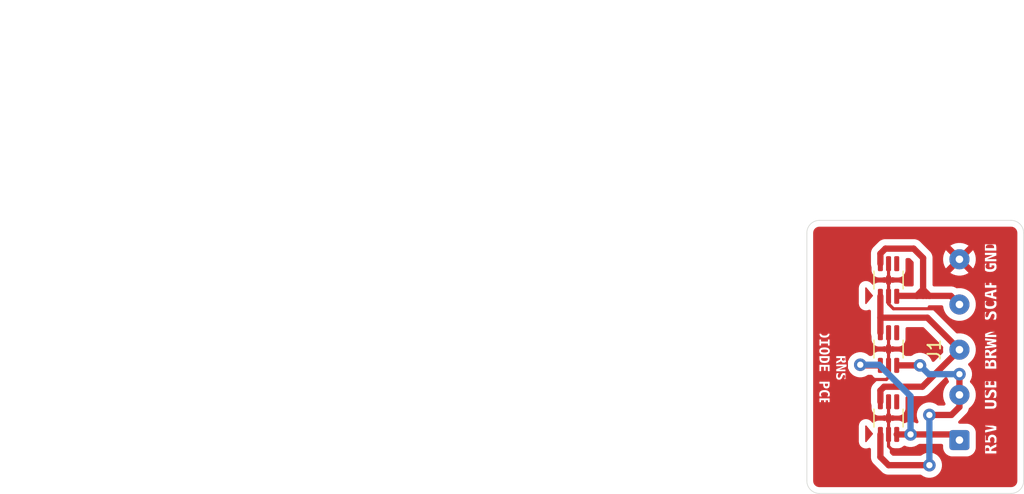
<source format=kicad_pcb>
(kicad_pcb (version 20241229) (generator "pcbnew") (generator_version "9.0")
  (layers (0 "F.Cu" signal) (2 "B.Cu" signal) (13 "F.Paste" user) (15 "B.Paste" user) (5 "F.SilkS" user "F.Silkscreen") (7 "B.SilkS" user "B.Silkscreen") (1 "F.Mask" user) (3 "B.Mask" user) (25 "Edge.Cuts" user))
  (net 0 "")
  (net 1 "GND")
  (net 2 "USB_MAIN_Vbus")
  (net 3 "raw_5V")
  (net 4 "brown-out")
  (net 5 "supercap")
  (footprint "gps-compass_brd:SOT-363_SC-70-6_wide" (layer "F.Cu") (at 123.5 69.5 90)
    (property "Reference" "U2" (hide yes))
    (property "Value" "LM66100Q")
    (fp_line (start -0.71 -1.16) (end 0.7 -1.16) (stroke (width 0.12)) (layer "F.SilkS"))
    (fp_line (start -0.7 1.16) (end 0.7 1.16) (stroke (width 0.12)) (layer "F.SilkS"))
    (pad "1" smd roundrect (at -1.3 -0.65 90) (size 1.2 0.4) (layers "F.Cu" "F.Mask" "F.Paste") (net 3 "raw_5V"))
    (pad "2" smd roundrect (at -1.3 0 90) (size 1.2 0.4) (layers "F.Cu" "F.Mask" "F.Paste") (net 1 "GND"))
    (pad "3" smd roundrect (at -1.3 0.65 90) (size 1.2 0.4) (layers "F.Cu" "F.Mask" "F.Paste") (net 2 "USB_MAIN_Vbus"))
    (pad "4" smd roundrect (at 1.3 0.65 90) (size 1.2 0.4) (layers "F.Cu" "F.Mask" "F.Paste"))
    (pad "5" smd roundrect (at 1.3 0 90) (size 1.2 0.4) (layers "F.Cu" "F.Mask" "F.Paste") (net 1 "GND"))
    (pad "6" smd roundrect (at 1.3 -0.65 90) (size 1.2 0.4) (layers "F.Cu" "F.Mask" "F.Paste") (net 4 "brown-out"))
  )
  (footprint "gps-compass_brd:SOT-363_SC-70-6_wide" (layer "F.Cu") (at 123.5 64 90)
    (property "Reference" "U4" (hide yes))
    (property "Value" "LM66100Q")
    (fp_poly (pts (xy -1.7 -1.67125) (xy -1.856061 -1.8) (xy -0.643939 -1.8) (xy -1.25 -1.3)) (stroke (width 0.12)) (fill yes) (layer "F.Cu"))
    (fp_line (start -0.71 -1.16) (end 0.7 -1.16) (stroke (width 0.12)) (layer "F.SilkS"))
    (fp_line (start -0.7 1.16) (end 0.7 1.16) (stroke (width 0.12)) (layer "F.SilkS"))
    (pad "1" smd roundrect (at -1.3 -0.65 90) (size 1.2 0.4) (layers "F.Cu" "F.Mask" "F.Paste") (net 4 "brown-out"))
    (pad "2" smd roundrect (at -1.3 0 90) (size 1.2 0.4) (layers "F.Cu" "F.Mask" "F.Paste") (net 1 "GND"))
    (pad "3" smd roundrect (at -1.3 0.65 90) (size 1.2 0.4) (layers "F.Cu" "F.Mask" "F.Paste") (net 5 "supercap"))
    (pad "4" smd roundrect (at 1.3 0.65 90) (size 1.2 0.4) (layers "F.Cu" "F.Mask" "F.Paste"))
    (pad "5" smd roundrect (at 1.3 0 90) (size 1.2 0.4) (layers "F.Cu" "F.Mask" "F.Paste") (net 1 "GND"))
    (pad "6" smd roundrect (at 1.3 -0.65 90) (size 1.2 0.4) (layers "F.Cu" "F.Mask" "F.Paste") (net 5 "supercap"))
  )
  (footprint "gps-compass_brd:SOT-363_SC-70-6_wide" (layer "F.Cu") (at 123.5 75 90)
    (property "Reference" "U3" (hide yes))
    (property "Value" "LM66100Q")
    (fp_poly (pts (xy -1.7 -1.67125) (xy -1.856061 -1.8) (xy -0.643939 -1.8) (xy -1.25 -1.3)) (stroke (width 0.12)) (fill yes) (layer "F.Cu"))
    (fp_line (start -0.71 -1.16) (end 0.7 -1.16) (stroke (width 0.12)) (layer "F.SilkS"))
    (fp_line (start -0.7 1.16) (end 0.7 1.16) (stroke (width 0.12)) (layer "F.SilkS"))
    (pad "1" smd roundrect (at -1.3 -0.65 90) (size 1.2 0.4) (layers "F.Cu" "F.Mask" "F.Paste") (net 2 "USB_MAIN_Vbus"))
    (pad "2" smd roundrect (at -1.3 0 90) (size 1.2 0.4) (layers "F.Cu" "F.Mask" "F.Paste") (net 1 "GND"))
    (pad "3" smd roundrect (at -1.3 0.65 90) (size 1.2 0.4) (layers "F.Cu" "F.Mask" "F.Paste") (net 3 "raw_5V"))
    (pad "4" smd roundrect (at 1.3 0.65 90) (size 1.2 0.4) (layers "F.Cu" "F.Mask" "F.Paste"))
    (pad "5" smd roundrect (at 1.3 0 90) (size 1.2 0.4) (layers "F.Cu" "F.Mask" "F.Paste") (net 1 "GND"))
    (pad "6" smd roundrect (at 1.3 -0.65 90) (size 1.2 0.4) (layers "F.Cu" "F.Mask" "F.Paste") (net 4 "brown-out"))
  )
  (footprint "Connector_Wire:SolderWire-0.1sqmm_1x05_P3.6mm_D0.4mm_OD1mm" (layer "F.Cu") (at 129.141265 76.75 90)
    (property "Reference" "J1" (at 7.2 -2 90) (layer "F.SilkS"))
    (property "Value" "Conn_01x05_Pin")
    (pad "1" thru_hole roundrect (at 0 0 90) (size 1.6 1.6) (drill 0.6) (layers "*.Cu" "*.Mask") (roundrect_rratio 0.15625) (net 3 "raw_5V"))
    (pad "2" thru_hole circle (at 3.6 0 90) (size 1.6 1.6) (drill 0.6) (layers "*.Cu" "*.Mask") (net 2 "USB_MAIN_Vbus"))
    (pad "3" thru_hole circle (at 7.2 0 90) (size 1.6 1.6) (drill 0.6) (layers "*.Cu" "*.Mask") (net 4 "brown-out"))
    (pad "4" thru_hole circle (at 10.8 0 90) (size 1.6 1.6) (drill 0.6) (layers "*.Cu" "*.Mask") (net 5 "supercap"))
    (pad "5" thru_hole circle (at 14.4 0 90) (size 1.6 1.6) (drill 0.6) (layers "*.Cu" "*.Mask") (net 1 "GND"))
  )
  (gr_line (start 118 59.25) (end 133.25 59.25) (stroke (width 0.05)) (layer "Edge.Cuts"))
  (gr_line (start 133.25 81) (end 118 81) (stroke (width 0.05)) (layer "Edge.Cuts"))
  (gr_arc (start 118 81) (mid 117.292893 80.707107) (end 117 80) (stroke (width 0.05)) (layer "Edge.Cuts"))
  (gr_arc (start 117 60.25) (mid 117.292893 59.542893) (end 118 59.25) (stroke (width 0.05)) (layer "Edge.Cuts"))
  (gr_line (start 117 80) (end 117 60.25) (stroke (width 0.05)) (layer "Edge.Cuts"))
  (gr_line (start 134.25 60.25) (end 134.25 80) (stroke (width 0.05)) (layer "Edge.Cuts"))
  (gr_arc (start 133.25 59.25) (mid 133.957107 59.542893) (end 134.25 60.25) (stroke (width 0.05)) (layer "Edge.Cuts"))
  (gr_arc (start 134.25 80) (mid 133.957107 80.707107) (end 133.25 81) (stroke (width 0.05)) (layer "Edge.Cuts"))
  (gr_text "R5V" (at 132.25 77.907369 90) (layer "F.Cu" knockout) (effects (font (size 1 1) (thickness 0.2) (bold yes)) (justify left bottom)))
  (gr_text "GND" (at 132.25 63.435484 90) (layer "F.Cu" knockout) (effects (font (size 1 1) (thickness 0.2) (bold yes)) (justify left bottom)))
  (gr_text "USB" (at 132.25 74.328763 90) (layer "F.Cu" knockout) (effects (font (size 1 1) (thickness 0.2) (bold yes)) (justify left bottom)))
  (gr_text "SCAP" (at 132.25 67.25 90) (layer "F.Cu" knockout) (effects (font (size 1 1) (thickness 0.2) (bold yes)) (justify left bottom)))
  (gr_text "BRWN" (at 132.25 71.15096 90) (layer "F.Cu" knockout) (effects (font (size 1 1) (thickness 0.2) (bold yes)) (justify left bottom)))
  (gr_text "RNS\nDIODE PCB" (at 119 71 270) (layer "F.Cu" knockout) (effects (font (size 0.8 0.8) (thickness 0.2) (bold yes))))
  (segment (start 123.5 76.3) (end 123.5 77.25) (width 0.25) (layer "F.Cu") (net 1))
  (segment (start 123.5 65.3) (end 123.5 65.899999) (width 0.25) (layer "F.Cu") (net 1))
  (segment (start 123.5 73.7) (end 123.426 73.774) (width 0.25) (layer "F.Cu") (net 1))
  (segment (start 124 77.75) (end 124.75 77.75) (width 0.25) (layer "F.Cu") (net 1))
  (segment (start 123.5 77.25) (end 124 77.75) (width 0.25) (layer "F.Cu") (net 1))
  (segment (start 123.5 73.7) (end 123.5 76.3) (width 0.25) (layer "F.Cu") (net 1))
  (segment (start 122.076 71.924) (end 122 72) (width 0.25) (layer "F.Cu") (net 1))
  (segment (start 123.5 65.899999) (end 123.892509 66.292508) (width 0.25) (layer "F.Cu") (net 1))
  (segment (start 123.326 71.924) (end 122.076 71.924) (width 0.25) (layer "F.Cu") (net 1))
  (segment (start 123.5 70.8) (end 123.5 68.2) (width 0.25) (layer "F.Cu") (net 1))
  (segment (start 123.5 71.75) (end 123.326 71.924) (width 0.25) (layer "F.Cu") (net 1))
  (segment (start 123.5 65.3) (end 123.5 64.507939) (width 0.25) (layer "F.Cu") (net 1))
  (segment (start 127.292508 66.292508) (end 127.75 66.75) (width 0.25) (layer "F.Cu") (net 1))
  (segment (start 123.5 70.8) (end 123.5 71.75) (width 0.25) (layer "F.Cu") (net 1))
  (segment (start 123.426 73.774) (end 123.426 73.938587) (width 0.25) (layer "F.Cu") (net 1))
  (segment (start 123.5 65.3) (end 123.5 62.7) (width 0.25) (layer "F.Cu") (net 1))
  (segment (start 123.892509 66.292508) (end 127.292508 66.292508) (width 0.25) (layer "F.Cu") (net 1))
  (segment (start 126.75 78.75) (end 123.5 78.75) (width 0.5) (layer "F.Cu") (net 2))
  (segment (start 128.5 74.75) (end 129.141265 74.108735) (width 0.5) (layer "F.Cu") (net 2))
  (segment (start 126 70.8) (end 124.252523 70.8) (width 0.5) (layer "F.Cu") (net 2))
  (segment (start 122.85 78.1) (end 122.85 76.3) (width 0.5) (layer "F.Cu") (net 2))
  (segment (start 129.141265 71.5) (end 129.141265 73.15) (width 0.5) (layer "F.Cu") (net 2))
  (segment (start 124.252523 70.8) (end 124.242508 70.789985) (width 0.5) (layer "F.Cu") (net 2))
  (segment (start 126.75 74.75) (end 128.5 74.75) (width 0.5) (layer "F.Cu") (net 2))
  (segment (start 129.141265 74.108735) (end 129.141265 73.15) (width 0.5) (layer "F.Cu") (net 2))
  (segment (start 123.5 78.75) (end 122.85 78.1) (width 0.5) (layer "F.Cu") (net 2))
  (via (at 126.75 78.75) (size 1) (drill 0.5) (layers "F.Cu" "B.Cu") (net 2))
  (via (at 126 70.8) (size 1) (drill 0.5) (layers "F.Cu" "B.Cu") (net 2))
  (via (at 126.75 74.75) (size 1) (drill 0.5) (layers "F.Cu" "B.Cu") (net 2))
  (via (at 129.141265 71.5) (size 1) (drill 0.5) (layers "F.Cu" "B.Cu") (net 2))
  (segment (start 126.75 78.75) (end 126.75 74.75) (width 0.5) (layer "B.Cu") (net 2))
  (segment (start 126.7 71.5) (end 126 70.8) (width 0.5) (layer "B.Cu") (net 2))
  (segment (start 129.141265 71.5) (end 126.7 71.5) (width 0.5) (layer "B.Cu") (net 2))
  (segment (start 128.691265 76.3) (end 124.15 76.3) (width 0.5) (layer "F.Cu") (net 3))
  (segment (start 121.25 70.75) (end 121.3 70.8) (width 0.5) (layer "F.Cu") (net 3))
  (segment (start 121.3 70.8) (end 122.802963 70.8) (width 0.5) (layer "F.Cu") (net 3))
  (segment (start 129.141265 76.75) (end 128.691265 76.3) (width 0.5) (layer "F.Cu") (net 3))
  (via (at 125.25 76.3) (size 1) (drill 0.5) (layers "F.Cu" "B.Cu") (net 3))
  (via (at 121.25 70.75) (size 1) (drill 0.5) (layers "F.Cu" "B.Cu") (net 3))
  (segment (start 125.25 73.25) (end 125.25 76.3) (width 0.5) (layer "B.Cu") (net 3))
  (segment (start 121.25 70.75) (end 122.75 70.75) (width 0.5) (layer "B.Cu") (net 3))
  (segment (start 122.75 70.75) (end 125.25 73.25) (width 0.5) (layer "B.Cu") (net 3))
  (segment (start 122.85 65.3) (end 122.85 68.2) (width 0.5) (layer "F.Cu") (net 4))
  (segment (start 123.15 72.5) (end 126.191265 72.5) (width 0.5) (layer "F.Cu") (net 4))
  (segment (start 122.85 67) (end 126.591265 67) (width 0.5) (layer "F.Cu") (net 4))
  (segment (start 126.591265 67) (end 129.141265 69.55) (width 0.5) (layer "F.Cu") (net 4))
  (segment (start 122.85 72.8) (end 123.15 72.5) (width 0.5) (layer "F.Cu") (net 4))
  (segment (start 122.85 73.7) (end 122.85 72.8) (width 0.5) (layer "F.Cu") (net 4))
  (segment (start 126.191265 72.5) (end 129.141265 69.55) (width 0.5) (layer "F.Cu") (net 4))
  (segment (start 124.248082 65.2625) (end 125.75 65.2625) (width 0.5) (layer "F.Cu") (net 5))
  (segment (start 126.75 65.2625) (end 128.453765 65.2625) (width 0.5) (layer "F.Cu") (net 5))
  (segment (start 126.25 62.25) (end 126.25 64.75) (width 0.5) (layer "F.Cu") (net 5))
  (segment (start 126.5125 65.2625) (end 126.75 65.2625) (width 0.5) (layer "F.Cu") (net 5))
  (segment (start 125.75 65.2625) (end 126.5125 65.2625) (width 0.5) (layer "F.Cu") (net 5))
  (segment (start 125.5 61.5) (end 126.25 62.25) (width 0.5) (layer "F.Cu") (net 5))
  (segment (start 123.25 61.5) (end 125.5 61.5) (width 0.5) (layer "F.Cu") (net 5))
  (segment (start 122.85 61.9) (end 123.25 61.5) (width 0.5) (layer "F.Cu") (net 5))
  (segment (start 128.453765 65.2625) (end 129.141265 65.95) (width 0.5) (layer "F.Cu") (net 5))
  (segment (start 126.25 64.7625) (end 126.75 65.2625) (width 0.5) (layer "F.Cu") (net 5))
  (segment (start 125.75 65.2625) (end 125.75 65.25) (width 0.5) (layer "F.Cu") (net 5))
  (segment (start 122.85 62.7) (end 122.85 61.9) (width 0.5) (layer "F.Cu") (net 5))
  (segment (start 126.25 64.75) (end 126.25 65.2625) (width 0.5) (layer "F.Cu") (net 5))
  (segment (start 126.25 64.75) (end 126.25 64.7625) (width 0.5) (layer "F.Cu") (net 5))
  (segment (start 125.75 65.25) (end 126.25 64.75) (width 0.5) (layer "F.Cu") (net 5))
  (segment (start 124.245362 65.26522) (end 124.248082 65.2625) (width 0.5) (layer "F.Cu") (net 5))
  (zone (net 1) (net_name "GND") (layer "F.Cu") (connect_pads (clearance 0.5)) (min_thickness 0.25) (fill yes (thermal_gap 0.5) (thermal_bridge_width 0.5))
    (polygon (pts (xy 117 59.05) (xy 134.299448 59.05) (xy 134.299448 81.05) (xy 117 81.05)))
  )
)
</source>
